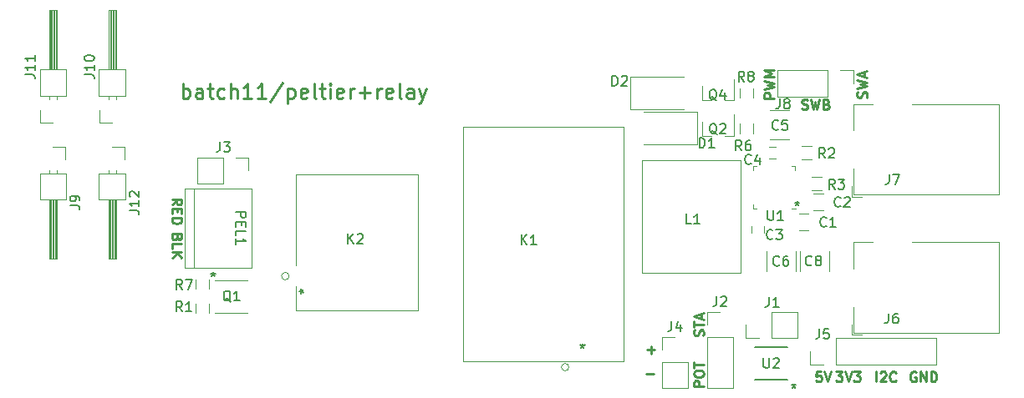
<source format=gto>
%TF.GenerationSoftware,KiCad,Pcbnew,(5.1.6-0-10_14)*%
%TF.CreationDate,2021-10-08T19:33:03+09:00*%
%TF.ProjectId,peltier+relay,70656c74-6965-4722-9b72-656c61792e6b,rev?*%
%TF.SameCoordinates,Original*%
%TF.FileFunction,Legend,Top*%
%TF.FilePolarity,Positive*%
%FSLAX46Y46*%
G04 Gerber Fmt 4.6, Leading zero omitted, Abs format (unit mm)*
G04 Created by KiCad (PCBNEW (5.1.6-0-10_14)) date 2021-10-08 19:33:03*
%MOMM*%
%LPD*%
G01*
G04 APERTURE LIST*
%ADD10C,0.250000*%
%ADD11C,0.120000*%
%ADD12C,0.152400*%
%ADD13C,0.150000*%
G04 APERTURE END LIST*
D10*
X101149999Y-84818571D02*
X101149999Y-83318571D01*
X101149999Y-83890000D02*
X101292857Y-83818571D01*
X101578571Y-83818571D01*
X101721428Y-83890000D01*
X101792857Y-83961428D01*
X101864285Y-84104285D01*
X101864285Y-84532857D01*
X101792857Y-84675714D01*
X101721428Y-84747142D01*
X101578571Y-84818571D01*
X101292857Y-84818571D01*
X101149999Y-84747142D01*
X103149999Y-84818571D02*
X103149999Y-84032857D01*
X103078571Y-83890000D01*
X102935714Y-83818571D01*
X102649999Y-83818571D01*
X102507142Y-83890000D01*
X103149999Y-84747142D02*
X103007142Y-84818571D01*
X102649999Y-84818571D01*
X102507142Y-84747142D01*
X102435714Y-84604285D01*
X102435714Y-84461428D01*
X102507142Y-84318571D01*
X102649999Y-84247142D01*
X103007142Y-84247142D01*
X103149999Y-84175714D01*
X103649999Y-83818571D02*
X104221428Y-83818571D01*
X103864285Y-83318571D02*
X103864285Y-84604285D01*
X103935714Y-84747142D01*
X104078571Y-84818571D01*
X104221428Y-84818571D01*
X105364285Y-84747142D02*
X105221428Y-84818571D01*
X104935714Y-84818571D01*
X104792857Y-84747142D01*
X104721428Y-84675714D01*
X104649999Y-84532857D01*
X104649999Y-84104285D01*
X104721428Y-83961428D01*
X104792857Y-83890000D01*
X104935714Y-83818571D01*
X105221428Y-83818571D01*
X105364285Y-83890000D01*
X106007142Y-84818571D02*
X106007142Y-83318571D01*
X106649999Y-84818571D02*
X106649999Y-84032857D01*
X106578571Y-83890000D01*
X106435714Y-83818571D01*
X106221428Y-83818571D01*
X106078571Y-83890000D01*
X106007142Y-83961428D01*
X108149999Y-84818571D02*
X107292857Y-84818571D01*
X107721428Y-84818571D02*
X107721428Y-83318571D01*
X107578571Y-83532857D01*
X107435714Y-83675714D01*
X107292857Y-83747142D01*
X109578571Y-84818571D02*
X108721428Y-84818571D01*
X109149999Y-84818571D02*
X109149999Y-83318571D01*
X109007142Y-83532857D01*
X108864285Y-83675714D01*
X108721428Y-83747142D01*
X111292857Y-83247142D02*
X110007142Y-85175714D01*
X111792857Y-83818571D02*
X111792857Y-85318571D01*
X111792857Y-83890000D02*
X111935714Y-83818571D01*
X112221428Y-83818571D01*
X112364285Y-83890000D01*
X112435714Y-83961428D01*
X112507142Y-84104285D01*
X112507142Y-84532857D01*
X112435714Y-84675714D01*
X112364285Y-84747142D01*
X112221428Y-84818571D01*
X111935714Y-84818571D01*
X111792857Y-84747142D01*
X113721428Y-84747142D02*
X113578571Y-84818571D01*
X113292857Y-84818571D01*
X113149999Y-84747142D01*
X113078571Y-84604285D01*
X113078571Y-84032857D01*
X113149999Y-83890000D01*
X113292857Y-83818571D01*
X113578571Y-83818571D01*
X113721428Y-83890000D01*
X113792857Y-84032857D01*
X113792857Y-84175714D01*
X113078571Y-84318571D01*
X114649999Y-84818571D02*
X114507142Y-84747142D01*
X114435714Y-84604285D01*
X114435714Y-83318571D01*
X115007142Y-83818571D02*
X115578571Y-83818571D01*
X115221428Y-83318571D02*
X115221428Y-84604285D01*
X115292857Y-84747142D01*
X115435714Y-84818571D01*
X115578571Y-84818571D01*
X116078571Y-84818571D02*
X116078571Y-83818571D01*
X116078571Y-83318571D02*
X116007142Y-83390000D01*
X116078571Y-83461428D01*
X116149999Y-83390000D01*
X116078571Y-83318571D01*
X116078571Y-83461428D01*
X117364285Y-84747142D02*
X117221428Y-84818571D01*
X116935714Y-84818571D01*
X116792857Y-84747142D01*
X116721428Y-84604285D01*
X116721428Y-84032857D01*
X116792857Y-83890000D01*
X116935714Y-83818571D01*
X117221428Y-83818571D01*
X117364285Y-83890000D01*
X117435714Y-84032857D01*
X117435714Y-84175714D01*
X116721428Y-84318571D01*
X118078571Y-84818571D02*
X118078571Y-83818571D01*
X118078571Y-84104285D02*
X118149999Y-83961428D01*
X118221428Y-83890000D01*
X118364285Y-83818571D01*
X118507142Y-83818571D01*
X119007142Y-84247142D02*
X120149999Y-84247142D01*
X119578571Y-84818571D02*
X119578571Y-83675714D01*
X120864285Y-84818571D02*
X120864285Y-83818571D01*
X120864285Y-84104285D02*
X120935714Y-83961428D01*
X121007142Y-83890000D01*
X121149999Y-83818571D01*
X121292857Y-83818571D01*
X122364285Y-84747142D02*
X122221428Y-84818571D01*
X121935714Y-84818571D01*
X121792857Y-84747142D01*
X121721428Y-84604285D01*
X121721428Y-84032857D01*
X121792857Y-83890000D01*
X121935714Y-83818571D01*
X122221428Y-83818571D01*
X122364285Y-83890000D01*
X122435714Y-84032857D01*
X122435714Y-84175714D01*
X121721428Y-84318571D01*
X123292857Y-84818571D02*
X123150000Y-84747142D01*
X123078571Y-84604285D01*
X123078571Y-83318571D01*
X124507142Y-84818571D02*
X124507142Y-84032857D01*
X124435714Y-83890000D01*
X124292857Y-83818571D01*
X124007142Y-83818571D01*
X123864285Y-83890000D01*
X124507142Y-84747142D02*
X124364285Y-84818571D01*
X124007142Y-84818571D01*
X123864285Y-84747142D01*
X123792857Y-84604285D01*
X123792857Y-84461428D01*
X123864285Y-84318571D01*
X124007142Y-84247142D01*
X124364285Y-84247142D01*
X124507142Y-84175714D01*
X125078571Y-83818571D02*
X125435714Y-84818571D01*
X125792857Y-83818571D02*
X125435714Y-84818571D01*
X125292857Y-85175714D01*
X125221428Y-85247142D01*
X125078571Y-85318571D01*
X148880952Y-112818571D02*
X148119047Y-112818571D01*
X148571428Y-110730952D02*
X148571428Y-109969047D01*
X148952380Y-110350000D02*
X148190476Y-110350000D01*
X100571428Y-98936666D02*
X100523809Y-99079523D01*
X100476190Y-99127142D01*
X100380952Y-99174761D01*
X100238095Y-99174761D01*
X100142857Y-99127142D01*
X100095238Y-99079523D01*
X100047619Y-98984285D01*
X100047619Y-98603333D01*
X101047619Y-98603333D01*
X101047619Y-98936666D01*
X101000000Y-99031904D01*
X100952380Y-99079523D01*
X100857142Y-99127142D01*
X100761904Y-99127142D01*
X100666666Y-99079523D01*
X100619047Y-99031904D01*
X100571428Y-98936666D01*
X100571428Y-98603333D01*
X100047619Y-100079523D02*
X100047619Y-99603333D01*
X101047619Y-99603333D01*
X100047619Y-100412857D02*
X101047619Y-100412857D01*
X100047619Y-100984285D02*
X100619047Y-100555714D01*
X101047619Y-100984285D02*
X100476190Y-100412857D01*
X100047619Y-95627142D02*
X100523809Y-95293809D01*
X100047619Y-95055714D02*
X101047619Y-95055714D01*
X101047619Y-95436666D01*
X101000000Y-95531904D01*
X100952380Y-95579523D01*
X100857142Y-95627142D01*
X100714285Y-95627142D01*
X100619047Y-95579523D01*
X100571428Y-95531904D01*
X100523809Y-95436666D01*
X100523809Y-95055714D01*
X100571428Y-96055714D02*
X100571428Y-96389047D01*
X100047619Y-96531904D02*
X100047619Y-96055714D01*
X101047619Y-96055714D01*
X101047619Y-96531904D01*
X100047619Y-96960476D02*
X101047619Y-96960476D01*
X101047619Y-97198571D01*
X101000000Y-97341428D01*
X100904761Y-97436666D01*
X100809523Y-97484285D01*
X100619047Y-97531904D01*
X100476190Y-97531904D01*
X100285714Y-97484285D01*
X100190476Y-97436666D01*
X100095238Y-97341428D01*
X100047619Y-97198571D01*
X100047619Y-96960476D01*
X170404761Y-84745714D02*
X170452380Y-84602857D01*
X170452380Y-84364761D01*
X170404761Y-84269523D01*
X170357142Y-84221904D01*
X170261904Y-84174285D01*
X170166666Y-84174285D01*
X170071428Y-84221904D01*
X170023809Y-84269523D01*
X169976190Y-84364761D01*
X169928571Y-84555238D01*
X169880952Y-84650476D01*
X169833333Y-84698095D01*
X169738095Y-84745714D01*
X169642857Y-84745714D01*
X169547619Y-84698095D01*
X169500000Y-84650476D01*
X169452380Y-84555238D01*
X169452380Y-84317142D01*
X169500000Y-84174285D01*
X169452380Y-83840952D02*
X170452380Y-83602857D01*
X169738095Y-83412380D01*
X170452380Y-83221904D01*
X169452380Y-82983809D01*
X170166666Y-82650476D02*
X170166666Y-82174285D01*
X170452380Y-82745714D02*
X169452380Y-82412380D01*
X170452380Y-82079047D01*
X163872867Y-85884761D02*
X164015724Y-85932380D01*
X164253819Y-85932380D01*
X164349057Y-85884761D01*
X164396676Y-85837142D01*
X164444295Y-85741904D01*
X164444295Y-85646666D01*
X164396676Y-85551428D01*
X164349057Y-85503809D01*
X164253819Y-85456190D01*
X164063343Y-85408571D01*
X163968105Y-85360952D01*
X163920486Y-85313333D01*
X163872867Y-85218095D01*
X163872867Y-85122857D01*
X163920486Y-85027619D01*
X163968105Y-84980000D01*
X164063343Y-84932380D01*
X164301438Y-84932380D01*
X164444295Y-84980000D01*
X164777629Y-84932380D02*
X165015724Y-85932380D01*
X165206200Y-85218095D01*
X165396676Y-85932380D01*
X165634771Y-84932380D01*
X166349057Y-85408571D02*
X166491914Y-85456190D01*
X166539533Y-85503809D01*
X166587152Y-85599047D01*
X166587152Y-85741904D01*
X166539533Y-85837142D01*
X166491914Y-85884761D01*
X166396676Y-85932380D01*
X166015724Y-85932380D01*
X166015724Y-84932380D01*
X166349057Y-84932380D01*
X166444295Y-84980000D01*
X166491914Y-85027619D01*
X166539533Y-85122857D01*
X166539533Y-85218095D01*
X166491914Y-85313333D01*
X166444295Y-85360952D01*
X166349057Y-85408571D01*
X166015724Y-85408571D01*
X161052380Y-84814761D02*
X160052380Y-84814761D01*
X160052380Y-84433809D01*
X160100000Y-84338571D01*
X160147619Y-84290952D01*
X160242857Y-84243333D01*
X160385714Y-84243333D01*
X160480952Y-84290952D01*
X160528571Y-84338571D01*
X160576190Y-84433809D01*
X160576190Y-84814761D01*
X160052380Y-83910000D02*
X161052380Y-83671904D01*
X160338095Y-83481428D01*
X161052380Y-83290952D01*
X160052380Y-83052857D01*
X161052380Y-82671904D02*
X160052380Y-82671904D01*
X160766666Y-82338571D01*
X160052380Y-82005238D01*
X161052380Y-82005238D01*
X153884761Y-108905238D02*
X153932380Y-108762380D01*
X153932380Y-108524285D01*
X153884761Y-108429047D01*
X153837142Y-108381428D01*
X153741904Y-108333809D01*
X153646666Y-108333809D01*
X153551428Y-108381428D01*
X153503809Y-108429047D01*
X153456190Y-108524285D01*
X153408571Y-108714761D01*
X153360952Y-108810000D01*
X153313333Y-108857619D01*
X153218095Y-108905238D01*
X153122857Y-108905238D01*
X153027619Y-108857619D01*
X152980000Y-108810000D01*
X152932380Y-108714761D01*
X152932380Y-108476666D01*
X152980000Y-108333809D01*
X152932380Y-108048095D02*
X152932380Y-107476666D01*
X153932380Y-107762380D02*
X152932380Y-107762380D01*
X153646666Y-107190952D02*
X153646666Y-106714761D01*
X153932380Y-107286190D02*
X152932380Y-106952857D01*
X153932380Y-106619523D01*
X153932380Y-114056666D02*
X152932380Y-114056666D01*
X152932380Y-113675714D01*
X152980000Y-113580476D01*
X153027619Y-113532857D01*
X153122857Y-113485238D01*
X153265714Y-113485238D01*
X153360952Y-113532857D01*
X153408571Y-113580476D01*
X153456190Y-113675714D01*
X153456190Y-114056666D01*
X152932380Y-112866190D02*
X152932380Y-112675714D01*
X152980000Y-112580476D01*
X153075238Y-112485238D01*
X153265714Y-112437619D01*
X153599047Y-112437619D01*
X153789523Y-112485238D01*
X153884761Y-112580476D01*
X153932380Y-112675714D01*
X153932380Y-112866190D01*
X153884761Y-112961428D01*
X153789523Y-113056666D01*
X153599047Y-113104285D01*
X153265714Y-113104285D01*
X153075238Y-113056666D01*
X152980000Y-112961428D01*
X152932380Y-112866190D01*
X152932380Y-112151904D02*
X152932380Y-111580476D01*
X153932380Y-111866190D02*
X152932380Y-111866190D01*
X165809523Y-112572380D02*
X165333333Y-112572380D01*
X165285714Y-113048571D01*
X165333333Y-113000952D01*
X165428571Y-112953333D01*
X165666666Y-112953333D01*
X165761904Y-113000952D01*
X165809523Y-113048571D01*
X165857142Y-113143809D01*
X165857142Y-113381904D01*
X165809523Y-113477142D01*
X165761904Y-113524761D01*
X165666666Y-113572380D01*
X165428571Y-113572380D01*
X165333333Y-113524761D01*
X165285714Y-113477142D01*
X166142857Y-112572380D02*
X166476190Y-113572380D01*
X166809523Y-112572380D01*
X167301904Y-112572380D02*
X167920952Y-112572380D01*
X167587619Y-112953333D01*
X167730476Y-112953333D01*
X167825714Y-113000952D01*
X167873333Y-113048571D01*
X167920952Y-113143809D01*
X167920952Y-113381904D01*
X167873333Y-113477142D01*
X167825714Y-113524761D01*
X167730476Y-113572380D01*
X167444761Y-113572380D01*
X167349523Y-113524761D01*
X167301904Y-113477142D01*
X168206666Y-112572380D02*
X168540000Y-113572380D01*
X168873333Y-112572380D01*
X169111428Y-112572380D02*
X169730476Y-112572380D01*
X169397142Y-112953333D01*
X169540000Y-112953333D01*
X169635238Y-113000952D01*
X169682857Y-113048571D01*
X169730476Y-113143809D01*
X169730476Y-113381904D01*
X169682857Y-113477142D01*
X169635238Y-113524761D01*
X169540000Y-113572380D01*
X169254285Y-113572380D01*
X169159047Y-113524761D01*
X169111428Y-113477142D01*
X171373809Y-113572380D02*
X171373809Y-112572380D01*
X171802380Y-112667619D02*
X171850000Y-112620000D01*
X171945238Y-112572380D01*
X172183333Y-112572380D01*
X172278571Y-112620000D01*
X172326190Y-112667619D01*
X172373809Y-112762857D01*
X172373809Y-112858095D01*
X172326190Y-113000952D01*
X171754761Y-113572380D01*
X172373809Y-113572380D01*
X173373809Y-113477142D02*
X173326190Y-113524761D01*
X173183333Y-113572380D01*
X173088095Y-113572380D01*
X172945238Y-113524761D01*
X172850000Y-113429523D01*
X172802380Y-113334285D01*
X172754761Y-113143809D01*
X172754761Y-113000952D01*
X172802380Y-112810476D01*
X172850000Y-112715238D01*
X172945238Y-112620000D01*
X173088095Y-112572380D01*
X173183333Y-112572380D01*
X173326190Y-112620000D01*
X173373809Y-112667619D01*
X175398095Y-112620000D02*
X175302857Y-112572380D01*
X175160000Y-112572380D01*
X175017142Y-112620000D01*
X174921904Y-112715238D01*
X174874285Y-112810476D01*
X174826666Y-113000952D01*
X174826666Y-113143809D01*
X174874285Y-113334285D01*
X174921904Y-113429523D01*
X175017142Y-113524761D01*
X175160000Y-113572380D01*
X175255238Y-113572380D01*
X175398095Y-113524761D01*
X175445714Y-113477142D01*
X175445714Y-113143809D01*
X175255238Y-113143809D01*
X175874285Y-113572380D02*
X175874285Y-112572380D01*
X176445714Y-113572380D01*
X176445714Y-112572380D01*
X176921904Y-113572380D02*
X176921904Y-112572380D01*
X177160000Y-112572380D01*
X177302857Y-112620000D01*
X177398095Y-112715238D01*
X177445714Y-112810476D01*
X177493333Y-113000952D01*
X177493333Y-113143809D01*
X177445714Y-113334285D01*
X177398095Y-113429523D01*
X177302857Y-113524761D01*
X177160000Y-113572380D01*
X176921904Y-113572380D01*
D11*
%TO.C,D1*%
X153260000Y-89540000D02*
X147860000Y-89540000D01*
X153260000Y-86240000D02*
X147860000Y-86240000D01*
X153260000Y-89540000D02*
X153260000Y-86240000D01*
%TO.C,D2*%
X146460000Y-82640000D02*
X146460000Y-85940000D01*
X146460000Y-85940000D02*
X151860000Y-85940000D01*
X146460000Y-82640000D02*
X151860000Y-82640000D01*
%TO.C,PEL1*%
X108150000Y-94020000D02*
X108150000Y-102020000D01*
X108150000Y-102020000D02*
X101350000Y-102020000D01*
X101350000Y-102020000D02*
X101350000Y-94020000D01*
X101350000Y-94020000D02*
X108150000Y-94020000D01*
X102250000Y-102020000D02*
X102250000Y-94020000D01*
%TO.C,J1*%
X163380000Y-109140000D02*
X163380000Y-106480000D01*
X160780000Y-109140000D02*
X163380000Y-109140000D01*
X160780000Y-106480000D02*
X163380000Y-106480000D01*
X160780000Y-109140000D02*
X160780000Y-106480000D01*
X159510000Y-109140000D02*
X158180000Y-109140000D01*
X158180000Y-109140000D02*
X158180000Y-107810000D01*
%TO.C,J2*%
X154230000Y-114220000D02*
X156890000Y-114220000D01*
X154230000Y-109080000D02*
X154230000Y-114220000D01*
X156890000Y-109080000D02*
X156890000Y-114220000D01*
X154230000Y-109080000D02*
X156890000Y-109080000D01*
X154230000Y-107810000D02*
X154230000Y-106480000D01*
X154230000Y-106480000D02*
X155560000Y-106480000D01*
%TO.C,J6*%
X169100000Y-108600000D02*
X169100000Y-106000000D01*
X183800000Y-108600000D02*
X169100000Y-108600000D01*
X169100000Y-99400000D02*
X171000000Y-99400000D01*
X169100000Y-102100000D02*
X169100000Y-99400000D01*
X183800000Y-99400000D02*
X183800000Y-108600000D01*
X175000000Y-99400000D02*
X183800000Y-99400000D01*
X169950000Y-108800000D02*
X168900000Y-108800000D01*
X168900000Y-107750000D02*
X168900000Y-108800000D01*
%TO.C,J7*%
X168900000Y-93750000D02*
X168900000Y-94800000D01*
X169950000Y-94800000D02*
X168900000Y-94800000D01*
X175000000Y-85400000D02*
X183800000Y-85400000D01*
X183800000Y-85400000D02*
X183800000Y-94600000D01*
X169100000Y-88100000D02*
X169100000Y-85400000D01*
X169100000Y-85400000D02*
X171000000Y-85400000D01*
X183800000Y-94600000D02*
X169100000Y-94600000D01*
X169100000Y-94600000D02*
X169100000Y-92000000D01*
%TO.C,K1*%
X140260499Y-112110000D02*
G75*
G03*
X140260499Y-112110000I-381000J0D01*
G01*
X129580000Y-111510000D02*
X145780000Y-111510000D01*
X145780000Y-111510000D02*
X145780000Y-87710000D01*
X129580000Y-111510000D02*
X129580000Y-87710000D01*
X145780000Y-87710000D02*
X129580000Y-87710000D01*
%TO.C,K2*%
X111911000Y-102869499D02*
G75*
G03*
X111911000Y-102869499I-381000J0D01*
G01*
X112603000Y-103919320D02*
X112603000Y-106391499D01*
X112603000Y-106391499D02*
X124947399Y-106391499D01*
X112603000Y-92548499D02*
X112603000Y-101820679D01*
X124947399Y-92548499D02*
X112603000Y-92548499D01*
X124947399Y-106391499D02*
X124947399Y-92548499D01*
%TO.C,L1*%
X147670000Y-91070000D02*
X157670000Y-91070000D01*
X147670000Y-102570000D02*
X147670000Y-91070000D01*
X157670000Y-102570000D02*
X147670000Y-102570000D01*
X157670000Y-91070000D02*
X157670000Y-102570000D01*
%TO.C,Q1*%
X107670000Y-103270000D02*
X104370000Y-103270000D01*
X104370000Y-106570000D02*
X107670000Y-106570000D01*
%TO.C,Q2*%
X153790000Y-88650000D02*
X153790000Y-87190000D01*
X156950000Y-88650000D02*
X156950000Y-86490000D01*
X156950000Y-88650000D02*
X156020000Y-88650000D01*
X153790000Y-88650000D02*
X154720000Y-88650000D01*
%TO.C,Q4*%
X153790000Y-85050000D02*
X154720000Y-85050000D01*
X156950000Y-85050000D02*
X156020000Y-85050000D01*
X156950000Y-85050000D02*
X156950000Y-82890000D01*
X153790000Y-85050000D02*
X153790000Y-83590000D01*
%TO.C,U1*%
X159290000Y-96010000D02*
X158890000Y-96010000D01*
X158890000Y-96010000D02*
X158890000Y-95610000D01*
X159290000Y-91710000D02*
X158890000Y-91710000D01*
X158890000Y-91710000D02*
X158890000Y-92110000D01*
X162790000Y-91710000D02*
X163190000Y-91710000D01*
X163190000Y-91710000D02*
X163190000Y-92110000D01*
X162790000Y-96010000D02*
X163265000Y-96010000D01*
D12*
%TO.C,U2*%
X162367000Y-110113000D02*
X159113000Y-110113000D01*
X159113000Y-113367000D02*
X162367000Y-113367000D01*
D11*
%TO.C,J4*%
X149670000Y-114220000D02*
X152330000Y-114220000D01*
X149670000Y-111620000D02*
X149670000Y-114220000D01*
X152330000Y-111620000D02*
X152330000Y-114220000D01*
X149670000Y-111620000D02*
X152330000Y-111620000D01*
X149670000Y-110350000D02*
X149670000Y-109020000D01*
X149670000Y-109020000D02*
X151000000Y-109020000D01*
%TO.C,J8*%
X161360010Y-82000008D02*
X161360010Y-84660008D01*
X166500010Y-82000008D02*
X161360010Y-82000008D01*
X166500010Y-84660008D02*
X161360010Y-84660008D01*
X166500010Y-82000008D02*
X166500010Y-84660008D01*
X167770010Y-82000008D02*
X169100010Y-82000008D01*
X169100010Y-82000008D02*
X169100010Y-83330008D01*
%TO.C,J9*%
X89270000Y-89730000D02*
X89270000Y-91000000D01*
X88000000Y-89730000D02*
X89270000Y-89730000D01*
X87620000Y-92110000D02*
X87620000Y-92440000D01*
X88380000Y-92110000D02*
X88380000Y-92440000D01*
X87720000Y-95100000D02*
X87720000Y-101100000D01*
X87840000Y-95100000D02*
X87840000Y-101100000D01*
X87960000Y-95100000D02*
X87960000Y-101100000D01*
X88080000Y-95100000D02*
X88080000Y-101100000D01*
X88200000Y-95100000D02*
X88200000Y-101100000D01*
X88320000Y-95100000D02*
X88320000Y-101100000D01*
X87620000Y-101100000D02*
X87620000Y-95100000D01*
X88380000Y-101100000D02*
X87620000Y-101100000D01*
X88380000Y-95100000D02*
X88380000Y-101100000D01*
X89330000Y-95100000D02*
X89330000Y-92440000D01*
X86670000Y-95100000D02*
X89330000Y-95100000D01*
X86670000Y-92440000D02*
X86670000Y-95100000D01*
X89330000Y-92440000D02*
X86670000Y-92440000D01*
%TO.C,J10*%
X92730000Y-87270000D02*
X92730000Y-86000000D01*
X94000000Y-87270000D02*
X92730000Y-87270000D01*
X94380000Y-84890000D02*
X94380000Y-84560000D01*
X93620000Y-84890000D02*
X93620000Y-84560000D01*
X94280000Y-81900000D02*
X94280000Y-75900000D01*
X94160000Y-81900000D02*
X94160000Y-75900000D01*
X94040000Y-81900000D02*
X94040000Y-75900000D01*
X93920000Y-81900000D02*
X93920000Y-75900000D01*
X93800000Y-81900000D02*
X93800000Y-75900000D01*
X93680000Y-81900000D02*
X93680000Y-75900000D01*
X94380000Y-75900000D02*
X94380000Y-81900000D01*
X93620000Y-75900000D02*
X94380000Y-75900000D01*
X93620000Y-81900000D02*
X93620000Y-75900000D01*
X92670000Y-81900000D02*
X92670000Y-84560000D01*
X95330000Y-81900000D02*
X92670000Y-81900000D01*
X95330000Y-84560000D02*
X95330000Y-81900000D01*
X92670000Y-84560000D02*
X95330000Y-84560000D01*
%TO.C,J11*%
X86670000Y-84560000D02*
X89330000Y-84560000D01*
X89330000Y-84560000D02*
X89330000Y-81900000D01*
X89330000Y-81900000D02*
X86670000Y-81900000D01*
X86670000Y-81900000D02*
X86670000Y-84560000D01*
X87620000Y-81900000D02*
X87620000Y-75900000D01*
X87620000Y-75900000D02*
X88380000Y-75900000D01*
X88380000Y-75900000D02*
X88380000Y-81900000D01*
X87680000Y-81900000D02*
X87680000Y-75900000D01*
X87800000Y-81900000D02*
X87800000Y-75900000D01*
X87920000Y-81900000D02*
X87920000Y-75900000D01*
X88040000Y-81900000D02*
X88040000Y-75900000D01*
X88160000Y-81900000D02*
X88160000Y-75900000D01*
X88280000Y-81900000D02*
X88280000Y-75900000D01*
X87620000Y-84890000D02*
X87620000Y-84560000D01*
X88380000Y-84890000D02*
X88380000Y-84560000D01*
X88000000Y-87270000D02*
X86730000Y-87270000D01*
X86730000Y-87270000D02*
X86730000Y-86000000D01*
%TO.C,J12*%
X95330000Y-92440000D02*
X92670000Y-92440000D01*
X92670000Y-92440000D02*
X92670000Y-95100000D01*
X92670000Y-95100000D02*
X95330000Y-95100000D01*
X95330000Y-95100000D02*
X95330000Y-92440000D01*
X94380000Y-95100000D02*
X94380000Y-101100000D01*
X94380000Y-101100000D02*
X93620000Y-101100000D01*
X93620000Y-101100000D02*
X93620000Y-95100000D01*
X94320000Y-95100000D02*
X94320000Y-101100000D01*
X94200000Y-95100000D02*
X94200000Y-101100000D01*
X94080000Y-95100000D02*
X94080000Y-101100000D01*
X93960000Y-95100000D02*
X93960000Y-101100000D01*
X93840000Y-95100000D02*
X93840000Y-101100000D01*
X93720000Y-95100000D02*
X93720000Y-101100000D01*
X94380000Y-92110000D02*
X94380000Y-92440000D01*
X93620000Y-92110000D02*
X93620000Y-92440000D01*
X94000000Y-89730000D02*
X95270000Y-89730000D01*
X95270000Y-89730000D02*
X95270000Y-91000000D01*
%TO.C,J5*%
X177490000Y-111830000D02*
X177490000Y-109170000D01*
X167270000Y-111830000D02*
X177490000Y-111830000D01*
X167270000Y-109170000D02*
X177490000Y-109170000D01*
X167270000Y-111830000D02*
X167270000Y-109170000D01*
X166000000Y-111830000D02*
X164670000Y-111830000D01*
X164670000Y-111830000D02*
X164670000Y-110500000D01*
%TO.C,C1*%
X164540000Y-96510000D02*
X163540000Y-96510000D01*
X163540000Y-98210000D02*
X164540000Y-98210000D01*
%TO.C,C2*%
X165040000Y-96210000D02*
X166040000Y-96210000D01*
X166040000Y-94510000D02*
X165040000Y-94510000D01*
%TO.C,C3*%
X159990000Y-97810000D02*
X159990000Y-98510000D01*
X158790000Y-98510000D02*
X158790000Y-97810000D01*
%TO.C,C4*%
X161190000Y-90960000D02*
X160490000Y-90960000D01*
X160490000Y-89760000D02*
X161190000Y-89760000D01*
%TO.C,C5*%
X160590000Y-88990000D02*
X162590000Y-88990000D01*
X162590000Y-86030000D02*
X160590000Y-86030000D01*
%TO.C,C6*%
X163270000Y-102360000D02*
X163270000Y-100360000D01*
X160310000Y-100360000D02*
X160310000Y-102360000D01*
%TO.C,C8*%
X163685001Y-100344999D02*
X163685001Y-102344999D01*
X166645001Y-102344999D02*
X166645001Y-100344999D01*
%TO.C,R1*%
X102450000Y-106640000D02*
X102450000Y-105640000D01*
X103810000Y-105640000D02*
X103810000Y-106640000D01*
%TO.C,R2*%
X164840000Y-90990000D02*
X163840000Y-90990000D01*
X163840000Y-89630000D02*
X164840000Y-89630000D01*
%TO.C,R3*%
X164840000Y-92830000D02*
X165840000Y-92830000D01*
X165840000Y-94190000D02*
X164840000Y-94190000D01*
%TO.C,R6*%
X157560000Y-88390000D02*
X157560000Y-87390000D01*
X158920000Y-87390000D02*
X158920000Y-88390000D01*
%TO.C,R7*%
X102450000Y-104190000D02*
X102450000Y-103190000D01*
X103810000Y-103190000D02*
X103810000Y-104190000D01*
%TO.C,R8*%
X157560000Y-84790000D02*
X157560000Y-83790000D01*
X158920000Y-83790000D02*
X158920000Y-84790000D01*
%TO.C,J3*%
X102610000Y-90830000D02*
X102610000Y-93490000D01*
X105210000Y-90830000D02*
X102610000Y-90830000D01*
X105210000Y-93490000D02*
X102610000Y-93490000D01*
X105210000Y-90830000D02*
X105210000Y-93490000D01*
X106480000Y-90830000D02*
X107810000Y-90830000D01*
X107810000Y-90830000D02*
X107810000Y-92160000D01*
%TO.C,D1*%
D13*
X153471904Y-89852380D02*
X153471904Y-88852380D01*
X153710000Y-88852380D01*
X153852857Y-88900000D01*
X153948095Y-88995238D01*
X153995714Y-89090476D01*
X154043333Y-89280952D01*
X154043333Y-89423809D01*
X153995714Y-89614285D01*
X153948095Y-89709523D01*
X153852857Y-89804761D01*
X153710000Y-89852380D01*
X153471904Y-89852380D01*
X154995714Y-89852380D02*
X154424285Y-89852380D01*
X154710000Y-89852380D02*
X154710000Y-88852380D01*
X154614761Y-88995238D01*
X154519523Y-89090476D01*
X154424285Y-89138095D01*
%TO.C,D2*%
X144641904Y-83552380D02*
X144641904Y-82552380D01*
X144880000Y-82552380D01*
X145022857Y-82600000D01*
X145118095Y-82695238D01*
X145165714Y-82790476D01*
X145213333Y-82980952D01*
X145213333Y-83123809D01*
X145165714Y-83314285D01*
X145118095Y-83409523D01*
X145022857Y-83504761D01*
X144880000Y-83552380D01*
X144641904Y-83552380D01*
X145594285Y-82647619D02*
X145641904Y-82600000D01*
X145737142Y-82552380D01*
X145975238Y-82552380D01*
X146070476Y-82600000D01*
X146118095Y-82647619D01*
X146165714Y-82742857D01*
X146165714Y-82838095D01*
X146118095Y-82980952D01*
X145546666Y-83552380D01*
X146165714Y-83552380D01*
%TO.C,PEL1*%
X106547619Y-96384761D02*
X107547619Y-96384761D01*
X107547619Y-96765714D01*
X107500000Y-96860952D01*
X107452380Y-96908571D01*
X107357142Y-96956190D01*
X107214285Y-96956190D01*
X107119047Y-96908571D01*
X107071428Y-96860952D01*
X107023809Y-96765714D01*
X107023809Y-96384761D01*
X107071428Y-97384761D02*
X107071428Y-97718095D01*
X106547619Y-97860952D02*
X106547619Y-97384761D01*
X107547619Y-97384761D01*
X107547619Y-97860952D01*
X106547619Y-98765714D02*
X106547619Y-98289523D01*
X107547619Y-98289523D01*
X106547619Y-99622857D02*
X106547619Y-99051428D01*
X106547619Y-99337142D02*
X107547619Y-99337142D01*
X107404761Y-99241904D01*
X107309523Y-99146666D01*
X107261904Y-99051428D01*
%TO.C,J1*%
X160506666Y-105002380D02*
X160506666Y-105716666D01*
X160459047Y-105859523D01*
X160363809Y-105954761D01*
X160220952Y-106002380D01*
X160125714Y-106002380D01*
X161506666Y-106002380D02*
X160935238Y-106002380D01*
X161220952Y-106002380D02*
X161220952Y-105002380D01*
X161125714Y-105145238D01*
X161030476Y-105240476D01*
X160935238Y-105288095D01*
%TO.C,J2*%
X155226666Y-104932380D02*
X155226666Y-105646666D01*
X155179047Y-105789523D01*
X155083809Y-105884761D01*
X154940952Y-105932380D01*
X154845714Y-105932380D01*
X155655238Y-105027619D02*
X155702857Y-104980000D01*
X155798095Y-104932380D01*
X156036190Y-104932380D01*
X156131428Y-104980000D01*
X156179047Y-105027619D01*
X156226666Y-105122857D01*
X156226666Y-105218095D01*
X156179047Y-105360952D01*
X155607619Y-105932380D01*
X156226666Y-105932380D01*
%TO.C,J6*%
X172626666Y-106662380D02*
X172626666Y-107376666D01*
X172579047Y-107519523D01*
X172483809Y-107614761D01*
X172340952Y-107662380D01*
X172245714Y-107662380D01*
X173531428Y-106662380D02*
X173340952Y-106662380D01*
X173245714Y-106710000D01*
X173198095Y-106757619D01*
X173102857Y-106900476D01*
X173055238Y-107090952D01*
X173055238Y-107471904D01*
X173102857Y-107567142D01*
X173150476Y-107614761D01*
X173245714Y-107662380D01*
X173436190Y-107662380D01*
X173531428Y-107614761D01*
X173579047Y-107567142D01*
X173626666Y-107471904D01*
X173626666Y-107233809D01*
X173579047Y-107138571D01*
X173531428Y-107090952D01*
X173436190Y-107043333D01*
X173245714Y-107043333D01*
X173150476Y-107090952D01*
X173102857Y-107138571D01*
X173055238Y-107233809D01*
%TO.C,J7*%
X172696666Y-92532380D02*
X172696666Y-93246666D01*
X172649047Y-93389523D01*
X172553809Y-93484761D01*
X172410952Y-93532380D01*
X172315714Y-93532380D01*
X173077619Y-92532380D02*
X173744285Y-92532380D01*
X173315714Y-93532380D01*
%TO.C,K1*%
X135441904Y-99662380D02*
X135441904Y-98662380D01*
X136013333Y-99662380D02*
X135584761Y-99090952D01*
X136013333Y-98662380D02*
X135441904Y-99233809D01*
X136965714Y-99662380D02*
X136394285Y-99662380D01*
X136680000Y-99662380D02*
X136680000Y-98662380D01*
X136584761Y-98805238D01*
X136489523Y-98900476D01*
X136394285Y-98948095D01*
X141630000Y-109712380D02*
X141630000Y-109950476D01*
X141391904Y-109855238D02*
X141630000Y-109950476D01*
X141868095Y-109855238D01*
X141487142Y-110140952D02*
X141630000Y-109950476D01*
X141772857Y-110140952D01*
%TO.C,K2*%
X117891904Y-99572380D02*
X117891904Y-98572380D01*
X118463333Y-99572380D02*
X118034761Y-99000952D01*
X118463333Y-98572380D02*
X117891904Y-99143809D01*
X118844285Y-98667619D02*
X118891904Y-98620000D01*
X118987142Y-98572380D01*
X119225238Y-98572380D01*
X119320476Y-98620000D01*
X119368095Y-98667619D01*
X119415714Y-98762857D01*
X119415714Y-98858095D01*
X119368095Y-99000952D01*
X118796666Y-99572380D01*
X119415714Y-99572380D01*
X112982380Y-104420000D02*
X113220476Y-104420000D01*
X113125238Y-104658095D02*
X113220476Y-104420000D01*
X113125238Y-104181904D01*
X113410952Y-104562857D02*
X113220476Y-104420000D01*
X113410952Y-104277142D01*
%TO.C,L1*%
X152653333Y-97542380D02*
X152177142Y-97542380D01*
X152177142Y-96542380D01*
X153510476Y-97542380D02*
X152939047Y-97542380D01*
X153224761Y-97542380D02*
X153224761Y-96542380D01*
X153129523Y-96685238D01*
X153034285Y-96780476D01*
X152939047Y-96828095D01*
%TO.C,Q1*%
X106004761Y-105467619D02*
X105909523Y-105420000D01*
X105814285Y-105324761D01*
X105671428Y-105181904D01*
X105576190Y-105134285D01*
X105480952Y-105134285D01*
X105528571Y-105372380D02*
X105433333Y-105324761D01*
X105338095Y-105229523D01*
X105290476Y-105039047D01*
X105290476Y-104705714D01*
X105338095Y-104515238D01*
X105433333Y-104420000D01*
X105528571Y-104372380D01*
X105719047Y-104372380D01*
X105814285Y-104420000D01*
X105909523Y-104515238D01*
X105957142Y-104705714D01*
X105957142Y-105039047D01*
X105909523Y-105229523D01*
X105814285Y-105324761D01*
X105719047Y-105372380D01*
X105528571Y-105372380D01*
X106909523Y-105372380D02*
X106338095Y-105372380D01*
X106623809Y-105372380D02*
X106623809Y-104372380D01*
X106528571Y-104515238D01*
X106433333Y-104610476D01*
X106338095Y-104658095D01*
X104230000Y-102452380D02*
X104230000Y-102690476D01*
X103991904Y-102595238D02*
X104230000Y-102690476D01*
X104468095Y-102595238D01*
X104087142Y-102880952D02*
X104230000Y-102690476D01*
X104372857Y-102880952D01*
%TO.C,Q2*%
X155244761Y-88487619D02*
X155149523Y-88440000D01*
X155054285Y-88344761D01*
X154911428Y-88201904D01*
X154816190Y-88154285D01*
X154720952Y-88154285D01*
X154768571Y-88392380D02*
X154673333Y-88344761D01*
X154578095Y-88249523D01*
X154530476Y-88059047D01*
X154530476Y-87725714D01*
X154578095Y-87535238D01*
X154673333Y-87440000D01*
X154768571Y-87392380D01*
X154959047Y-87392380D01*
X155054285Y-87440000D01*
X155149523Y-87535238D01*
X155197142Y-87725714D01*
X155197142Y-88059047D01*
X155149523Y-88249523D01*
X155054285Y-88344761D01*
X154959047Y-88392380D01*
X154768571Y-88392380D01*
X155578095Y-87487619D02*
X155625714Y-87440000D01*
X155720952Y-87392380D01*
X155959047Y-87392380D01*
X156054285Y-87440000D01*
X156101904Y-87487619D01*
X156149523Y-87582857D01*
X156149523Y-87678095D01*
X156101904Y-87820952D01*
X155530476Y-88392380D01*
X156149523Y-88392380D01*
%TO.C,Q4*%
X155224761Y-85037619D02*
X155129523Y-84990000D01*
X155034285Y-84894761D01*
X154891428Y-84751904D01*
X154796190Y-84704285D01*
X154700952Y-84704285D01*
X154748571Y-84942380D02*
X154653333Y-84894761D01*
X154558095Y-84799523D01*
X154510476Y-84609047D01*
X154510476Y-84275714D01*
X154558095Y-84085238D01*
X154653333Y-83990000D01*
X154748571Y-83942380D01*
X154939047Y-83942380D01*
X155034285Y-83990000D01*
X155129523Y-84085238D01*
X155177142Y-84275714D01*
X155177142Y-84609047D01*
X155129523Y-84799523D01*
X155034285Y-84894761D01*
X154939047Y-84942380D01*
X154748571Y-84942380D01*
X156034285Y-84275714D02*
X156034285Y-84942380D01*
X155796190Y-83894761D02*
X155558095Y-84609047D01*
X156177142Y-84609047D01*
%TO.C,U1*%
X160398095Y-96212380D02*
X160398095Y-97021904D01*
X160445714Y-97117142D01*
X160493333Y-97164761D01*
X160588571Y-97212380D01*
X160779047Y-97212380D01*
X160874285Y-97164761D01*
X160921904Y-97117142D01*
X160969523Y-97021904D01*
X160969523Y-96212380D01*
X161969523Y-97212380D02*
X161398095Y-97212380D01*
X161683809Y-97212380D02*
X161683809Y-96212380D01*
X161588571Y-96355238D01*
X161493333Y-96450476D01*
X161398095Y-96498095D01*
X163380000Y-95292380D02*
X163380000Y-95530476D01*
X163141904Y-95435238D02*
X163380000Y-95530476D01*
X163618095Y-95435238D01*
X163237142Y-95720952D02*
X163380000Y-95530476D01*
X163522857Y-95720952D01*
%TO.C,U2*%
X159978095Y-111192380D02*
X159978095Y-112001904D01*
X160025714Y-112097142D01*
X160073333Y-112144761D01*
X160168571Y-112192380D01*
X160359047Y-112192380D01*
X160454285Y-112144761D01*
X160501904Y-112097142D01*
X160549523Y-112001904D01*
X160549523Y-111192380D01*
X160978095Y-111287619D02*
X161025714Y-111240000D01*
X161120952Y-111192380D01*
X161359047Y-111192380D01*
X161454285Y-111240000D01*
X161501904Y-111287619D01*
X161549523Y-111382857D01*
X161549523Y-111478095D01*
X161501904Y-111620952D01*
X160930476Y-112192380D01*
X161549523Y-112192380D01*
X163037600Y-113767580D02*
X163037600Y-114005676D01*
X162799504Y-113910438D02*
X163037600Y-114005676D01*
X163275695Y-113910438D01*
X162894742Y-114196152D02*
X163037600Y-114005676D01*
X163180457Y-114196152D01*
X163037600Y-113767580D02*
X163037600Y-114005676D01*
X162799504Y-113910438D02*
X163037600Y-114005676D01*
X163275695Y-113910438D01*
X162894742Y-114196152D02*
X163037600Y-114005676D01*
X163180457Y-114196152D01*
%TO.C,J4*%
X150666666Y-107472380D02*
X150666666Y-108186666D01*
X150619047Y-108329523D01*
X150523809Y-108424761D01*
X150380952Y-108472380D01*
X150285714Y-108472380D01*
X151571428Y-107805714D02*
X151571428Y-108472380D01*
X151333333Y-107424761D02*
X151095238Y-108139047D01*
X151714285Y-108139047D01*
%TO.C,J8*%
X161616666Y-84872380D02*
X161616666Y-85586666D01*
X161569047Y-85729523D01*
X161473809Y-85824761D01*
X161330952Y-85872380D01*
X161235714Y-85872380D01*
X162235714Y-85300952D02*
X162140476Y-85253333D01*
X162092857Y-85205714D01*
X162045238Y-85110476D01*
X162045238Y-85062857D01*
X162092857Y-84967619D01*
X162140476Y-84920000D01*
X162235714Y-84872380D01*
X162426190Y-84872380D01*
X162521428Y-84920000D01*
X162569047Y-84967619D01*
X162616666Y-85062857D01*
X162616666Y-85110476D01*
X162569047Y-85205714D01*
X162521428Y-85253333D01*
X162426190Y-85300952D01*
X162235714Y-85300952D01*
X162140476Y-85348571D01*
X162092857Y-85396190D01*
X162045238Y-85491428D01*
X162045238Y-85681904D01*
X162092857Y-85777142D01*
X162140476Y-85824761D01*
X162235714Y-85872380D01*
X162426190Y-85872380D01*
X162521428Y-85824761D01*
X162569047Y-85777142D01*
X162616666Y-85681904D01*
X162616666Y-85491428D01*
X162569047Y-85396190D01*
X162521428Y-85348571D01*
X162426190Y-85300952D01*
%TO.C,J9*%
X89722380Y-95718333D02*
X90436666Y-95718333D01*
X90579523Y-95765952D01*
X90674761Y-95861190D01*
X90722380Y-96004047D01*
X90722380Y-96099285D01*
X90722380Y-95194523D02*
X90722380Y-95004047D01*
X90674761Y-94908809D01*
X90627142Y-94861190D01*
X90484285Y-94765952D01*
X90293809Y-94718333D01*
X89912857Y-94718333D01*
X89817619Y-94765952D01*
X89770000Y-94813571D01*
X89722380Y-94908809D01*
X89722380Y-95099285D01*
X89770000Y-95194523D01*
X89817619Y-95242142D01*
X89912857Y-95289761D01*
X90150952Y-95289761D01*
X90246190Y-95242142D01*
X90293809Y-95194523D01*
X90341428Y-95099285D01*
X90341428Y-94908809D01*
X90293809Y-94813571D01*
X90246190Y-94765952D01*
X90150952Y-94718333D01*
%TO.C,J10*%
X91182380Y-82424523D02*
X91896666Y-82424523D01*
X92039523Y-82472142D01*
X92134761Y-82567380D01*
X92182380Y-82710238D01*
X92182380Y-82805476D01*
X92182380Y-81424523D02*
X92182380Y-81995952D01*
X92182380Y-81710238D02*
X91182380Y-81710238D01*
X91325238Y-81805476D01*
X91420476Y-81900714D01*
X91468095Y-81995952D01*
X91182380Y-80805476D02*
X91182380Y-80710238D01*
X91230000Y-80615000D01*
X91277619Y-80567380D01*
X91372857Y-80519761D01*
X91563333Y-80472142D01*
X91801428Y-80472142D01*
X91991904Y-80519761D01*
X92087142Y-80567380D01*
X92134761Y-80615000D01*
X92182380Y-80710238D01*
X92182380Y-80805476D01*
X92134761Y-80900714D01*
X92087142Y-80948333D01*
X91991904Y-80995952D01*
X91801428Y-81043571D01*
X91563333Y-81043571D01*
X91372857Y-80995952D01*
X91277619Y-80948333D01*
X91230000Y-80900714D01*
X91182380Y-80805476D01*
%TO.C,J11*%
X85182380Y-82424523D02*
X85896666Y-82424523D01*
X86039523Y-82472142D01*
X86134761Y-82567380D01*
X86182380Y-82710238D01*
X86182380Y-82805476D01*
X86182380Y-81424523D02*
X86182380Y-81995952D01*
X86182380Y-81710238D02*
X85182380Y-81710238D01*
X85325238Y-81805476D01*
X85420476Y-81900714D01*
X85468095Y-81995952D01*
X86182380Y-80472142D02*
X86182380Y-81043571D01*
X86182380Y-80757857D02*
X85182380Y-80757857D01*
X85325238Y-80853095D01*
X85420476Y-80948333D01*
X85468095Y-81043571D01*
%TO.C,J12*%
X95722380Y-96194523D02*
X96436666Y-96194523D01*
X96579523Y-96242142D01*
X96674761Y-96337380D01*
X96722380Y-96480238D01*
X96722380Y-96575476D01*
X96722380Y-95194523D02*
X96722380Y-95765952D01*
X96722380Y-95480238D02*
X95722380Y-95480238D01*
X95865238Y-95575476D01*
X95960476Y-95670714D01*
X96008095Y-95765952D01*
X95817619Y-94813571D02*
X95770000Y-94765952D01*
X95722380Y-94670714D01*
X95722380Y-94432619D01*
X95770000Y-94337380D01*
X95817619Y-94289761D01*
X95912857Y-94242142D01*
X96008095Y-94242142D01*
X96150952Y-94289761D01*
X96722380Y-94861190D01*
X96722380Y-94242142D01*
%TO.C,J5*%
X165616666Y-108232380D02*
X165616666Y-108946666D01*
X165569047Y-109089523D01*
X165473809Y-109184761D01*
X165330952Y-109232380D01*
X165235714Y-109232380D01*
X166569047Y-108232380D02*
X166092857Y-108232380D01*
X166045238Y-108708571D01*
X166092857Y-108660952D01*
X166188095Y-108613333D01*
X166426190Y-108613333D01*
X166521428Y-108660952D01*
X166569047Y-108708571D01*
X166616666Y-108803809D01*
X166616666Y-109041904D01*
X166569047Y-109137142D01*
X166521428Y-109184761D01*
X166426190Y-109232380D01*
X166188095Y-109232380D01*
X166092857Y-109184761D01*
X166045238Y-109137142D01*
%TO.C,C1*%
X166333333Y-97777142D02*
X166285714Y-97824761D01*
X166142857Y-97872380D01*
X166047619Y-97872380D01*
X165904761Y-97824761D01*
X165809523Y-97729523D01*
X165761904Y-97634285D01*
X165714285Y-97443809D01*
X165714285Y-97300952D01*
X165761904Y-97110476D01*
X165809523Y-97015238D01*
X165904761Y-96920000D01*
X166047619Y-96872380D01*
X166142857Y-96872380D01*
X166285714Y-96920000D01*
X166333333Y-96967619D01*
X167285714Y-97872380D02*
X166714285Y-97872380D01*
X167000000Y-97872380D02*
X167000000Y-96872380D01*
X166904761Y-97015238D01*
X166809523Y-97110476D01*
X166714285Y-97158095D01*
%TO.C,C2*%
X167773333Y-95757142D02*
X167725714Y-95804761D01*
X167582857Y-95852380D01*
X167487619Y-95852380D01*
X167344761Y-95804761D01*
X167249523Y-95709523D01*
X167201904Y-95614285D01*
X167154285Y-95423809D01*
X167154285Y-95280952D01*
X167201904Y-95090476D01*
X167249523Y-94995238D01*
X167344761Y-94900000D01*
X167487619Y-94852380D01*
X167582857Y-94852380D01*
X167725714Y-94900000D01*
X167773333Y-94947619D01*
X168154285Y-94947619D02*
X168201904Y-94900000D01*
X168297142Y-94852380D01*
X168535238Y-94852380D01*
X168630476Y-94900000D01*
X168678095Y-94947619D01*
X168725714Y-95042857D01*
X168725714Y-95138095D01*
X168678095Y-95280952D01*
X168106666Y-95852380D01*
X168725714Y-95852380D01*
%TO.C,C3*%
X160893333Y-99057142D02*
X160845714Y-99104761D01*
X160702857Y-99152380D01*
X160607619Y-99152380D01*
X160464761Y-99104761D01*
X160369523Y-99009523D01*
X160321904Y-98914285D01*
X160274285Y-98723809D01*
X160274285Y-98580952D01*
X160321904Y-98390476D01*
X160369523Y-98295238D01*
X160464761Y-98200000D01*
X160607619Y-98152380D01*
X160702857Y-98152380D01*
X160845714Y-98200000D01*
X160893333Y-98247619D01*
X161226666Y-98152380D02*
X161845714Y-98152380D01*
X161512380Y-98533333D01*
X161655238Y-98533333D01*
X161750476Y-98580952D01*
X161798095Y-98628571D01*
X161845714Y-98723809D01*
X161845714Y-98961904D01*
X161798095Y-99057142D01*
X161750476Y-99104761D01*
X161655238Y-99152380D01*
X161369523Y-99152380D01*
X161274285Y-99104761D01*
X161226666Y-99057142D01*
%TO.C,C4*%
X158713333Y-91437142D02*
X158665714Y-91484761D01*
X158522857Y-91532380D01*
X158427619Y-91532380D01*
X158284761Y-91484761D01*
X158189523Y-91389523D01*
X158141904Y-91294285D01*
X158094285Y-91103809D01*
X158094285Y-90960952D01*
X158141904Y-90770476D01*
X158189523Y-90675238D01*
X158284761Y-90580000D01*
X158427619Y-90532380D01*
X158522857Y-90532380D01*
X158665714Y-90580000D01*
X158713333Y-90627619D01*
X159570476Y-90865714D02*
X159570476Y-91532380D01*
X159332380Y-90484761D02*
X159094285Y-91199047D01*
X159713333Y-91199047D01*
%TO.C,C5*%
X161453333Y-87937142D02*
X161405714Y-87984761D01*
X161262857Y-88032380D01*
X161167619Y-88032380D01*
X161024761Y-87984761D01*
X160929523Y-87889523D01*
X160881904Y-87794285D01*
X160834285Y-87603809D01*
X160834285Y-87460952D01*
X160881904Y-87270476D01*
X160929523Y-87175238D01*
X161024761Y-87080000D01*
X161167619Y-87032380D01*
X161262857Y-87032380D01*
X161405714Y-87080000D01*
X161453333Y-87127619D01*
X162358095Y-87032380D02*
X161881904Y-87032380D01*
X161834285Y-87508571D01*
X161881904Y-87460952D01*
X161977142Y-87413333D01*
X162215238Y-87413333D01*
X162310476Y-87460952D01*
X162358095Y-87508571D01*
X162405714Y-87603809D01*
X162405714Y-87841904D01*
X162358095Y-87937142D01*
X162310476Y-87984761D01*
X162215238Y-88032380D01*
X161977142Y-88032380D01*
X161881904Y-87984761D01*
X161834285Y-87937142D01*
%TO.C,C6*%
X161563333Y-101737142D02*
X161515714Y-101784761D01*
X161372857Y-101832380D01*
X161277619Y-101832380D01*
X161134761Y-101784761D01*
X161039523Y-101689523D01*
X160991904Y-101594285D01*
X160944285Y-101403809D01*
X160944285Y-101260952D01*
X160991904Y-101070476D01*
X161039523Y-100975238D01*
X161134761Y-100880000D01*
X161277619Y-100832380D01*
X161372857Y-100832380D01*
X161515714Y-100880000D01*
X161563333Y-100927619D01*
X162420476Y-100832380D02*
X162230000Y-100832380D01*
X162134761Y-100880000D01*
X162087142Y-100927619D01*
X161991904Y-101070476D01*
X161944285Y-101260952D01*
X161944285Y-101641904D01*
X161991904Y-101737142D01*
X162039523Y-101784761D01*
X162134761Y-101832380D01*
X162325238Y-101832380D01*
X162420476Y-101784761D01*
X162468095Y-101737142D01*
X162515714Y-101641904D01*
X162515714Y-101403809D01*
X162468095Y-101308571D01*
X162420476Y-101260952D01*
X162325238Y-101213333D01*
X162134761Y-101213333D01*
X162039523Y-101260952D01*
X161991904Y-101308571D01*
X161944285Y-101403809D01*
%TO.C,C8*%
X164853333Y-101717142D02*
X164805714Y-101764761D01*
X164662857Y-101812380D01*
X164567619Y-101812380D01*
X164424761Y-101764761D01*
X164329523Y-101669523D01*
X164281904Y-101574285D01*
X164234285Y-101383809D01*
X164234285Y-101240952D01*
X164281904Y-101050476D01*
X164329523Y-100955238D01*
X164424761Y-100860000D01*
X164567619Y-100812380D01*
X164662857Y-100812380D01*
X164805714Y-100860000D01*
X164853333Y-100907619D01*
X165424761Y-101240952D02*
X165329523Y-101193333D01*
X165281904Y-101145714D01*
X165234285Y-101050476D01*
X165234285Y-101002857D01*
X165281904Y-100907619D01*
X165329523Y-100860000D01*
X165424761Y-100812380D01*
X165615238Y-100812380D01*
X165710476Y-100860000D01*
X165758095Y-100907619D01*
X165805714Y-101002857D01*
X165805714Y-101050476D01*
X165758095Y-101145714D01*
X165710476Y-101193333D01*
X165615238Y-101240952D01*
X165424761Y-101240952D01*
X165329523Y-101288571D01*
X165281904Y-101336190D01*
X165234285Y-101431428D01*
X165234285Y-101621904D01*
X165281904Y-101717142D01*
X165329523Y-101764761D01*
X165424761Y-101812380D01*
X165615238Y-101812380D01*
X165710476Y-101764761D01*
X165758095Y-101717142D01*
X165805714Y-101621904D01*
X165805714Y-101431428D01*
X165758095Y-101336190D01*
X165710476Y-101288571D01*
X165615238Y-101240952D01*
%TO.C,R1*%
X101093333Y-106452380D02*
X100760000Y-105976190D01*
X100521904Y-106452380D02*
X100521904Y-105452380D01*
X100902857Y-105452380D01*
X100998095Y-105500000D01*
X101045714Y-105547619D01*
X101093333Y-105642857D01*
X101093333Y-105785714D01*
X101045714Y-105880952D01*
X100998095Y-105928571D01*
X100902857Y-105976190D01*
X100521904Y-105976190D01*
X102045714Y-106452380D02*
X101474285Y-106452380D01*
X101760000Y-106452380D02*
X101760000Y-105452380D01*
X101664761Y-105595238D01*
X101569523Y-105690476D01*
X101474285Y-105738095D01*
%TO.C,R2*%
X166203333Y-90882380D02*
X165870000Y-90406190D01*
X165631904Y-90882380D02*
X165631904Y-89882380D01*
X166012857Y-89882380D01*
X166108095Y-89930000D01*
X166155714Y-89977619D01*
X166203333Y-90072857D01*
X166203333Y-90215714D01*
X166155714Y-90310952D01*
X166108095Y-90358571D01*
X166012857Y-90406190D01*
X165631904Y-90406190D01*
X166584285Y-89977619D02*
X166631904Y-89930000D01*
X166727142Y-89882380D01*
X166965238Y-89882380D01*
X167060476Y-89930000D01*
X167108095Y-89977619D01*
X167155714Y-90072857D01*
X167155714Y-90168095D01*
X167108095Y-90310952D01*
X166536666Y-90882380D01*
X167155714Y-90882380D01*
%TO.C,R3*%
X167183333Y-94042380D02*
X166850000Y-93566190D01*
X166611904Y-94042380D02*
X166611904Y-93042380D01*
X166992857Y-93042380D01*
X167088095Y-93090000D01*
X167135714Y-93137619D01*
X167183333Y-93232857D01*
X167183333Y-93375714D01*
X167135714Y-93470952D01*
X167088095Y-93518571D01*
X166992857Y-93566190D01*
X166611904Y-93566190D01*
X167516666Y-93042380D02*
X168135714Y-93042380D01*
X167802380Y-93423333D01*
X167945238Y-93423333D01*
X168040476Y-93470952D01*
X168088095Y-93518571D01*
X168135714Y-93613809D01*
X168135714Y-93851904D01*
X168088095Y-93947142D01*
X168040476Y-93994761D01*
X167945238Y-94042380D01*
X167659523Y-94042380D01*
X167564285Y-93994761D01*
X167516666Y-93947142D01*
%TO.C,R6*%
X157743333Y-90112380D02*
X157410000Y-89636190D01*
X157171904Y-90112380D02*
X157171904Y-89112380D01*
X157552857Y-89112380D01*
X157648095Y-89160000D01*
X157695714Y-89207619D01*
X157743333Y-89302857D01*
X157743333Y-89445714D01*
X157695714Y-89540952D01*
X157648095Y-89588571D01*
X157552857Y-89636190D01*
X157171904Y-89636190D01*
X158600476Y-89112380D02*
X158410000Y-89112380D01*
X158314761Y-89160000D01*
X158267142Y-89207619D01*
X158171904Y-89350476D01*
X158124285Y-89540952D01*
X158124285Y-89921904D01*
X158171904Y-90017142D01*
X158219523Y-90064761D01*
X158314761Y-90112380D01*
X158505238Y-90112380D01*
X158600476Y-90064761D01*
X158648095Y-90017142D01*
X158695714Y-89921904D01*
X158695714Y-89683809D01*
X158648095Y-89588571D01*
X158600476Y-89540952D01*
X158505238Y-89493333D01*
X158314761Y-89493333D01*
X158219523Y-89540952D01*
X158171904Y-89588571D01*
X158124285Y-89683809D01*
%TO.C,R7*%
X101093333Y-104232380D02*
X100760000Y-103756190D01*
X100521904Y-104232380D02*
X100521904Y-103232380D01*
X100902857Y-103232380D01*
X100998095Y-103280000D01*
X101045714Y-103327619D01*
X101093333Y-103422857D01*
X101093333Y-103565714D01*
X101045714Y-103660952D01*
X100998095Y-103708571D01*
X100902857Y-103756190D01*
X100521904Y-103756190D01*
X101426666Y-103232380D02*
X102093333Y-103232380D01*
X101664761Y-104232380D01*
%TO.C,R8*%
X158013333Y-83112380D02*
X157680000Y-82636190D01*
X157441904Y-83112380D02*
X157441904Y-82112380D01*
X157822857Y-82112380D01*
X157918095Y-82160000D01*
X157965714Y-82207619D01*
X158013333Y-82302857D01*
X158013333Y-82445714D01*
X157965714Y-82540952D01*
X157918095Y-82588571D01*
X157822857Y-82636190D01*
X157441904Y-82636190D01*
X158584761Y-82540952D02*
X158489523Y-82493333D01*
X158441904Y-82445714D01*
X158394285Y-82350476D01*
X158394285Y-82302857D01*
X158441904Y-82207619D01*
X158489523Y-82160000D01*
X158584761Y-82112380D01*
X158775238Y-82112380D01*
X158870476Y-82160000D01*
X158918095Y-82207619D01*
X158965714Y-82302857D01*
X158965714Y-82350476D01*
X158918095Y-82445714D01*
X158870476Y-82493333D01*
X158775238Y-82540952D01*
X158584761Y-82540952D01*
X158489523Y-82588571D01*
X158441904Y-82636190D01*
X158394285Y-82731428D01*
X158394285Y-82921904D01*
X158441904Y-83017142D01*
X158489523Y-83064761D01*
X158584761Y-83112380D01*
X158775238Y-83112380D01*
X158870476Y-83064761D01*
X158918095Y-83017142D01*
X158965714Y-82921904D01*
X158965714Y-82731428D01*
X158918095Y-82636190D01*
X158870476Y-82588571D01*
X158775238Y-82540952D01*
%TO.C,J3*%
X104916666Y-89262380D02*
X104916666Y-89976666D01*
X104869047Y-90119523D01*
X104773809Y-90214761D01*
X104630952Y-90262380D01*
X104535714Y-90262380D01*
X105297619Y-89262380D02*
X105916666Y-89262380D01*
X105583333Y-89643333D01*
X105726190Y-89643333D01*
X105821428Y-89690952D01*
X105869047Y-89738571D01*
X105916666Y-89833809D01*
X105916666Y-90071904D01*
X105869047Y-90167142D01*
X105821428Y-90214761D01*
X105726190Y-90262380D01*
X105440476Y-90262380D01*
X105345238Y-90214761D01*
X105297619Y-90167142D01*
%TD*%
M02*

</source>
